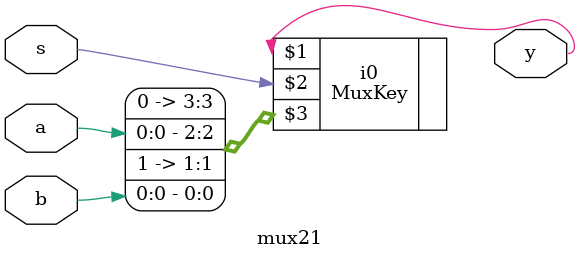
<source format=v>
module mux21(a,b,s,y);
  input   a,b,s;
  output  y;
  MuxKey #(2, 1, 1) i0 (y, s, {
    1'b0, a,
    1'b1, b
  });
endmodule

</source>
